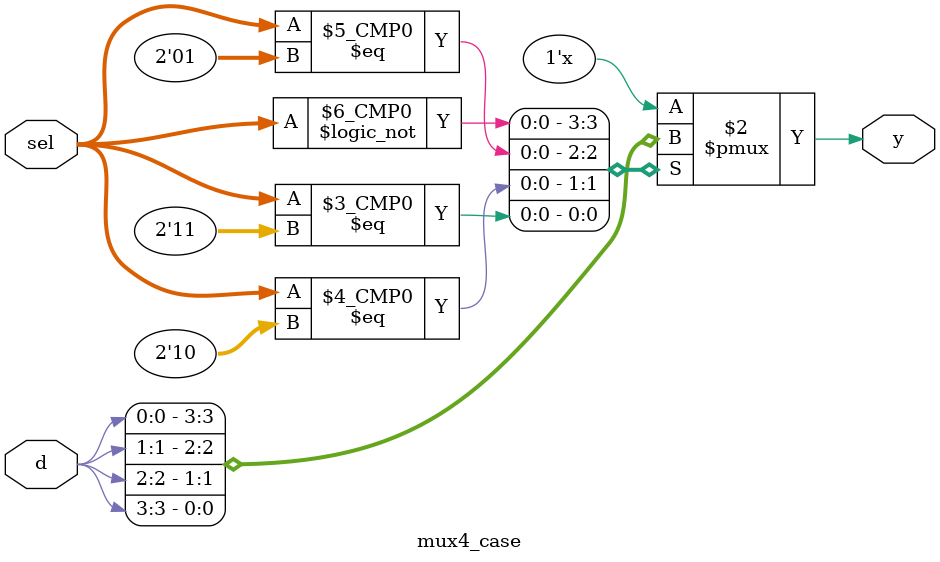
<source format=v>
module mux4_case (d,sel,y);
input [1:0] sel;
input [3:0] d;
output reg y;
  always @(*) begin
    case (sel)
      2'b00: y = d[0];
      2'b01: y = d[1];
      2'b10: y = d[2];
      2'b11: y = d[3];
      default: y = 1'b0; 
    endcase
  end
endmodule


</source>
